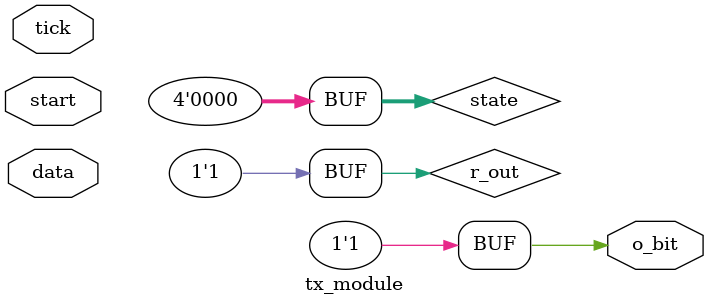
<source format=v>
`timescale 1ns / 1ps


module tx_module (
    input        tick,
    input  [7:0] data,
    input        start,
    output       o_bit
);

    parameter IDLE = 4'b0000, START = 4'b0001, DATA0 = 4'b0010, DATA1 = 4'b0011, DATA2 = 4'b0100
    , DATA3 = 4'b0101, DATA4 = 4'b0110, DATA5 = 4'b0111, DATA6 = 4'b1000, DATA7 = 4'b1001, STOP = 4'b1010;

    reg [3:0] state;
    reg r_out;

    assign o_bit = r_out;

    always @(*) begin
        if (start && state == IDLE) begin
            state = START;
        end
        if (tick) begin
            case (state)
                IDLE:  state = IDLE;
                START: state = DATA0;
                DATA0: state = DATA1;
                DATA1: state = DATA2;
                DATA2: state = DATA3;
                DATA3: state = DATA4;
                DATA4: state = DATA5;
                DATA5: state = DATA6;
                DATA6: state = DATA7;
                DATA7: state = STOP;
                STOP:  state = IDLE;
                default: begin
                    state = IDLE;
                    r_out = 1;
                end
            endcase
        end
    end

    always @(*) begin
        case (state)
            IDLE:  r_out = 1'b1;
            START: r_out = 1'b0;
            DATA0: r_out = data[0];
            DATA1: r_out = data[1];
            DATA2: r_out = data[2];
            DATA3: r_out = data[3];
            DATA4: r_out = data[4];
            DATA5: r_out = data[5];
            DATA6: r_out = data[6];
            DATA7: r_out = data[7];
            STOP:  r_out = 1'b1;
            default: begin
                state = IDLE;
                r_out = 1;
            end
        endcase
    end
endmodule

</source>
